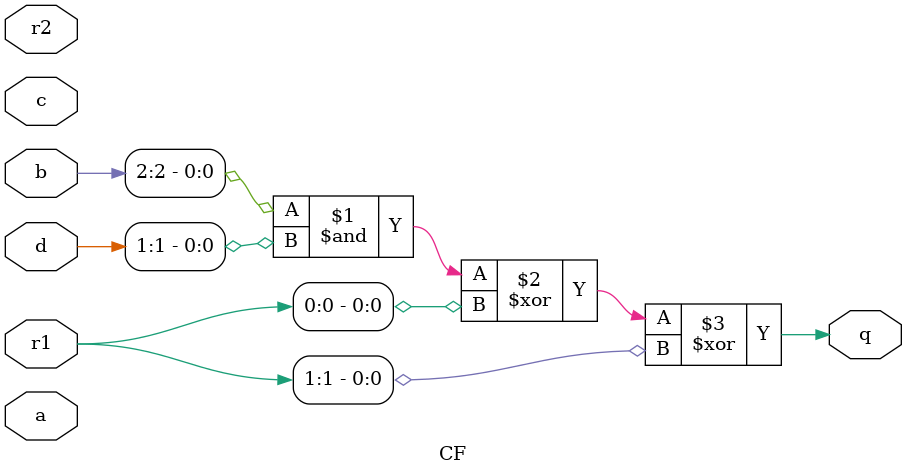
<source format=v>
/*
* -----------------------------------------------------------------
* AUTHOR  : Aein Rezaei Shahmirzadi (aein.rezaeishahmirzadi@rub.de)
* DOCUMENT: "Cryptanalysis of Efficient Masked Ciphers: Applications to Low Latency" (TCHES 2022, Issue 1)
* -----------------------------------------------------------------
*
* Copyright (c) 2021, Aein Rezaei Shahmirzadi
*
* All rights reserved.
*
* THIS SOFTWARE IS PROVIDED BY THE COPYRIGHT HOLDERS AND CONTRIBUTORS "AS IS" AND
* ANY EXPRESS OR IMPLIED WARRANTIES, INCLUDING, BUT NOT LIMITED TO, THE IMPLIED
* WARRANTIES OF MERCHANTABILITY AND FITNESS FOR A PARTICULAR PURPOSE ARE
* DISCLAIMED. IN NO EVENT SHALL THE COPYRIGHT HOLDER OR CONTRIBUTERS BE LIABLE FOR ANY
* DIRECT, INDIRECT, INCIDENTAL, SPECIAL, EXEMPLARY, OR CONSEQUENTIAL DAMAGES
* (INCLUDING, BUT NOT LIMITED TO, PROCUREMENT OF SUBSTITUTE GOODS OR SERVICES;
* LOSS OF USE, DATA, OR PROFITS; OR BUSINESS INTERRUPTION) HOWEVER CAUSED AND
* ON ANY THEORY OF LIABILITY, WHETHER IN CONTRACT, STRICT LIABILITY, OR TORT
* (INCLUDING NEGLIGENCE OR OTHERWISE) ARISING IN ANY WAY OUT OF THE USE OF THIS
* SOFTWARE, EVEN IF ADVISED OF THE POSSIBILITY OF SUCH DAMAGE.
*
* Please see LICENSE and README for license and further instructions.
*/


module CF(
    input [2:0] a,
    input [2:0] b,
    input [2:0] c,
    input [2:0] d,
    input [5:0] r1,
    input [5:0] r2,
    output q 
	 );
	 
	parameter num = 1;
	generate

		if(num==0) begin
			assign q = a[1] ^ b[1] & d[1];
		end
		if(num==1) begin
			assign q = b[2] & d[1]			^ r1[0] ^ r1[1];
		end
		if(num==2) begin
			assign q = b[1] & d[2]			^ r1[1] ^ r1[2];
		end
		
		if(num==3) begin
			assign q = a[2] ^ b[2] & d[2];
		end		   
		if(num==4) begin
			assign q = b[0] & d[2]			^ r1[2] ^ r1[3];
		end		   
		if(num==5) begin
			assign q = b[2] & d[0]			^ r1[3] ^ r1[4];
		end		   

		if(num==6) begin
			assign q = a[0] ^ b[0] & d[0];
		end		   
		if(num==7) begin
			assign q = b[0] & d[1]			^ r1[4] ^ r1[5];
		end		   
		if(num==8) begin
			assign q = b[1] & d[0]			^ r1[5] ^ r1[0];
		end		   



		if(num==9+0) begin
			assign q = b[1] ^ c[1] & d[1];
		end
		if(num==9+1) begin
			assign q = c[2] & d[1]			^ r2[0] ^ r2[1];
		end
		if(num==9+2) begin
			assign q = c[1] & d[2]			^ r2[1] ^ r2[2];
		end
		
		if(num==9+3) begin
			assign q = b[2] ^ c[2] & d[2];
		end		   
		if(num==9+4) begin
			assign q = c[0] & d[2]			^ r2[2] ^ r2[3];
		end		   
		if(num==9+5) begin
			assign q = c[2] & d[0]			^ r2[3] ^ r2[4];
		end		   

		if(num==9+6) begin
			assign q = b[0] ^ c[0] & d[0];
		end		   
		if(num==9+7) begin
			assign q = c[0] & d[1]			^ r2[4] ^ r2[5];
		end		   
		if(num==9+8) begin
			assign q = c[1] & d[0]			^ r2[5] ^ r2[0];
		end



	endgenerate

endmodule

</source>
